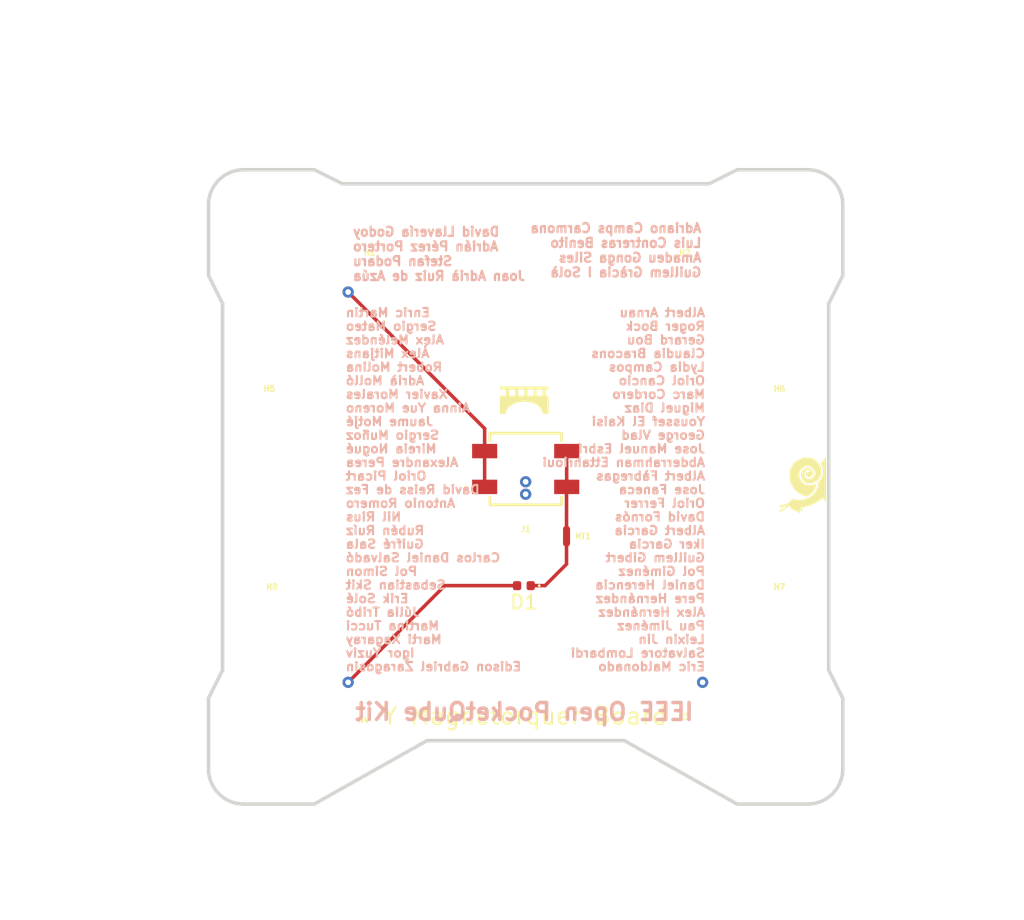
<source format=kicad_pcb>
(kicad_pcb (version 20221018) (generator pcbnew)
  (layers (0 "F.Cu" signal) (1 "In1.Cu" signal) (2 "In2.Cu" signal) (3 "In3.Cu" signal) (4 "In4.Cu" signal) (31 "B.Cu" signal) (34 "B.Paste" user) (35 "F.Paste" user) (36 "B.SilkS" user "B.Silkscreen") (37 "F.SilkS" user "F.Silkscreen") (38 "B.Mask" user) (39 "F.Mask" user) (44 "Edge.Cuts" user))
  (net 0 "")
  (net 1 "/VCC_MAG")
  (net 2 "/MAG+Y")
  (net 3 "Net-(D1-K)")
  (footprint "MountingHole:MountingHole_2.2mm_M2_DIN965" (layer "F.Cu") (at 83.748 70.746)
    (fp_text reference "H8" (at 0 -2.9 unlocked) (layer "F.SilkS") (effects (font (size 0.4 0.4))))
    (fp_text value "MountingHole" hide)
    (pad "" np_thru_hole circle (at 0 0) (size 2.2 2.2) (drill 2.2) (layers "*.Cu" "*.Mask"))
  )
  (footprint "MountingHole:MountingHole_6.4mm_M6_DIN965" (layer "F.Cu") (at 118.248 44.246)
    (fp_text reference "H2" (at -5.218 -0.116 unlocked) (layer "F.SilkS") (effects (font (size 0.4 0.4) (thickness 0.1))))
    (fp_text value "MountingHole" hide)
    (pad "" np_thru_hole circle (at 0 0) (size 6.4 6.4) (drill 6.4) (layers "*.Cu" "*.Mask"))
  )
  (footprint "-nsl_connector:M207810245" (layer "F.Cu") (at 101.748 59.476 90)
    (fp_text reference "J1" (at -4.2628 0.0044 180) (layer "F.SilkS") (effects (font (size 0.4 0.4) (thickness 0.1) bold)))
    (fp_text value "M20-7810245" hide)
    (fp_line (start -2.54 -2.54) (end -2.54 2.54) (stroke (width 0.2)) (layer "F.SilkS"))
    (fp_line (start -2.54 2.54) (end -2 2.54) (stroke (width 0.2)) (layer "F.SilkS"))
    (fp_line (start -2 -2.54) (end -2.54 -2.54) (stroke (width 0.2)) (layer "F.SilkS"))
    (fp_line (start -1.27 -4.3) (end -1.27 -4.3) (stroke (width 0.1)) (layer "F.SilkS"))
    (fp_line (start -1.27 -4.2) (end -1.27 -4.2) (stroke (width 0.1)) (layer "F.SilkS"))
    (fp_line (start 2 -2.54) (end 2.54 -2.54) (stroke (width 0.2)) (layer "F.SilkS"))
    (fp_line (start 2.54 -2.54) (end 2.54 2.54) (stroke (width 0.2)) (layer "F.SilkS"))
    (fp_line (start 2.54 2.54) (end 2 2.54) (stroke (width 0.2)) (layer "F.SilkS"))
    (fp_arc (start -1.27 -4.3) (mid -1.22 -4.25) (end -1.27 -4.2) (stroke (width 0.1)) (layer "F.SilkS"))
    (fp_arc (start -1.27 -4.2) (mid -1.32 -4.25) (end -1.27 -4.3) (stroke (width 0.1)) (layer "F.SilkS"))
    (pad "1" smd rect (at -1.27 -2.91 90) (size 1.02 1.78) (layers "F.Cu" "F.Paste" "F.Mask") (net 1 "/VCC_MAG"))
    (pad "2" smd rect (at -1.27 2.91 90) (size 1.02 1.78) (layers "F.Cu" "F.Paste" "F.Mask") (net 2 "/MAG+Y"))
    (pad "3" smd rect (at 1.27 -2.91 90) (size 1.02 1.78) (layers "F.Cu" "F.Paste" "F.Mask") (net 1 "/VCC_MAG"))
    (pad "4" smd rect (at 1.27 2.91 90) (size 1.02 1.78) (layers "F.Cu" "F.Paste" "F.Mask") (net 2 "/MAG+Y"))
  )
  (footprint "MountingHole:MountingHole_6.4mm_M6_DIN965" (layer "F.Cu") (at 85.248 44.246)
    (fp_text reference "H1" (at 5.43 -0.116 unlocked) (layer "F.SilkS") (effects (font (size 0.4 0.4) (thickness 0.1))))
    (fp_text value "MountingHole" hide)
    (pad "" np_thru_hole circle (at 0 0) (size 6.4 6.4) (drill 6.4) (layers "*.Cu" "*.Mask"))
  )
  (footprint "MountingHole:MountingHole_2.2mm_M2_DIN965" (layer "F.Cu") (at 119.748 70.746)
    (fp_text reference "H7" (at 0 -2.9 unlocked) (layer "F.SilkS") (effects (font (size 0.4 0.4))))
    (fp_text value "MountingHole" hide)
    (pad "" np_thru_hole circle (at 0 0) (size 2.2 2.2) (drill 2.2) (layers "*.Cu" "*.Mask"))
  )
  (footprint "MountingHole:MountingHole_2.2mm_M2_DIN965" (layer "F.Cu") (at 83.748 50.746)
    (fp_text reference "H5" (at -0.182 3.036 unlocked) (layer "F.SilkS") (effects (font (size 0.4 0.4))))
    (fp_text value "MountingHole" hide)
    (pad "" np_thru_hole circle (at 0 0) (size 2.2 2.2) (drill 2.2) (layers "*.Cu" "*.Mask"))
  )
  (footprint "MountingHole:MountingHole_2.2mm_M2_DIN965" (layer "F.Cu") (at 119.748 50.746)
    (fp_text reference "H6" (at 0 3.036 unlocked) (layer "F.SilkS") (effects (font (size 0.4 0.4))))
    (fp_text value "MountingHole" hide)
    (pad "" np_thru_hole circle (at 0 0) (size 2.2 2.2) (drill 2.2) (layers "*.Cu" "*.Mask"))
  )
  (footprint "LED_SMD:LED_0402_1005Metric" (layer "F.Cu") (at 101.623 67.752 180)
    (fp_text reference "D1" (at 0 -1.17) (layer "F.SilkS"))
    (fp_text value "LED")
    (fp_circle (center -1.09 0) (end -1.04 0) (stroke (width 0.1)) (fill none) (layer "F.SilkS"))
    (pad "1" smd roundrect (at -0.485 0 180) (size 0.59 0.64) (layers "F.Cu" "F.Paste" "F.Mask") (net 3 "Net-(D1-K)"))
    (pad "2" smd roundrect (at 0.485 0 180) (size 0.59 0.64) (layers "F.Cu" "F.Paste" "F.Mask") (net 1 "/VCC_MAG"))
  )
  (footprint "MountingHole:MountingHole_6.4mm_M6_DIN965" (layer "F.Cu") (at 85.248 77.246)
    (fp_text reference "H4" (at 4.9728 0.031 unlocked) (layer "F.SilkS") (effects (font (size 0.4 0.4) (thickness 0.1))))
    (fp_text value "MountingHole" hide)
    (pad "" np_thru_hole circle (at 0 0) (size 6.4 6.4) (drill 6.4) (layers "*.Cu" "*.Mask"))
  )
  (footprint "MountingHole:MountingHole_6.4mm_M6_DIN965" (layer "F.Cu") (at 118.248 77.246)
    (fp_text reference "H3" (at -5.2688 -0.1976 unlocked) (layer "F.SilkS") (effects (font (size 0.4 0.4) (thickness 0.1))))
    (fp_text value "MountingHole" hide)
    (pad "" np_thru_hole circle (at 0 0) (size 6.4 6.4) (drill 6.4) (layers "*.Cu" "*.Mask"))
  )
  (footprint "snail:v2" (layer "F.Cu") (at 121.412 60.64 90)
    (fp_text reference "Annotation3" hide)
    (fp_text value "snail" hide)
    (fp_poly (pts (xy -1.778297 -1.656935) (xy -1.754664 -1.647328) (xy -1.735534 -1.633906) (xy -1.73285 -1.631137) (xy -1.722227 -1.614214) (xy -1.713231 -1.590364) (xy -1.707081 -1.563097) (xy -1.705819 -1.553324) (xy -1.702543 -1.534303) (xy -1.697408 -1.516997) (xy -1.694995 -1.511548) (xy -1.687729 -1.497095) (xy -1.67915 -1.479142) (xy -1.676135 -1.472615) (xy -1.659223 -1.439666) (xy -1.636506 -1.401404) (xy -1.609507 -1.359953) (xy -1.579751 -1.317441) (xy -1.54876 -1.275994) (xy -1.51806 -1.237737) (xy -1.489173 -1.204798) (xy -1.470465 -1.185674) (xy -1.456844 -1.17505) (xy -1.447288 -1.172321) (xy -1.442957 -1.177234) (xy -1.445006 -1.189533) (xy -1.445597 -1.191136) (xy -1.451904 -1.209426) (xy -1.460624 -1.237696) (xy -1.471709 -1.275774) (xy -1.485107 -1.32349) (xy -1.49059 -1.343369) (xy -1.495824 -1.363434) (xy -1.501808 -1.387833) (xy -1.506346 -1.407339) (xy -1.511165 -1.428727) (xy -1.515685 -1.448742) (xy -1.518727 -1.462171) (xy -1.525513 -1.477846) (xy -1.534636 -1.486317) (xy -1.558394 -1.503327) (xy -1.575334 -1.526077) (xy -1.584411 -1.552329) (xy -1.584585 -1.579842) (xy -1.582439 -1.58906) (xy -1.570691 -1.617004) (xy -1.553845 -1.637069) (xy -1.532567 -1.650211) (xy -1.50348 -1.659458) (xy -1.477299 -1.658998) (xy -1.452922 -1.648768) (xy -1.447975 -1.645406) (xy -1.428373 -1.629678) (xy -1.415643 -1.614575) (xy -1.408395 -1.597152) (xy -1.405243 -1.57446) (xy -1.404729 -1.553607) (xy -1.403668 -1.527124) (xy -1.400868 -1.499323) (xy -1.396907 -1.475748) (xy -1.396383 -1.473472) (xy -1.382488 -1.416904) (xy -1.369378 -1.366796) (xy -1.355975 -1.319333) (xy -1.341202 -1.270698) (xy -1.323979 -1.217075) (xy -1.323868 -1.216735) (xy -1.313051 -1.183806) (xy -1.304911 -1.159234) (xy -1.298912 -1.14144) (xy -1.294514 -1.128845) (xy -1.29118 -1.119869) (xy -1.289197 -1.114905) (xy -1.285192 -1.104515) (xy -1.279184 -1.088184) (xy -1.273783 -1.073129) (xy -1.26597 -1.052222) (xy -1.257645 -1.031653) (xy -1.252761 -1.020565) (xy -1.24672 -1.00651) (xy -1.243207 -0.996169) (xy -1.242846 -0.993959) (xy -1.238627 -0.985373) (xy -1.228821 -0.97679) (xy -1.217703 -0.971654) (xy -1.214697 -0.971299) (xy -1.206026 -0.969109) (xy -1.190858 -0.96328) (xy -1.171999 -0.954922) (xy -1.165499 -0.951825) (xy -1.127687 -0.929276) (xy -1.090184 -0.899326) (xy -1.055581 -0.864525) (xy -1.026468 -0.827424) (xy -1.00867 -0.797396) (xy -0.987581 -0.743449) (xy -0.975539 -0.684999) (xy -0.972582 -0.622826) (xy -0.978748 -0.557709) (xy -0.993944 -0.490871) (xy -0.999969 -0.470221) (xy -1.007196 -0.445463) (xy -1.012998 -0.425596) (xy -1.030757 -0.346687) (xy -1.039237 -0.263867) (xy -1.038422 -0.17805) (xy -1.028295 -0.090154) (xy -1.020013 -0.046998) (xy -1.008026 0.000602) (xy -0.992289 0.051556) (xy -0.973873 0.103032) (xy -0.953846 0.152199) (xy -0.933279 0.196228) (xy -0.916375 0.227159) (xy -0.909682 0.240274) (xy -0.905803 0.25413) (xy -0.904024 0.272271) (xy -0.90364 0.290199) (xy -0.902102 0.320426) (xy -0.897251 0.348248) (xy -0.888209 0.377057) (xy -0.874094 0.410245) (xy -0.870558 0.417763) (xy -0.833034 0.487329) (xy -0.786712 0.557781) (xy -0.732958 0.627604) (xy -0.673137 0.69528) (xy -0.608615 0.759292) (xy -0.540757 0.818123) (xy -0.470929 0.870255) (xy -0.451707 0.883122) (xy -0.433826 0.894601) (xy -0.418644 0.904009) (xy -0.40879 0.909729) (xy -0.407319 0.910459) (xy -0.397938 0.915335) (xy -0.384542 0.923029) (xy -0.381209 0.92503) (xy -0.357025 0.938674) (xy -0.327421 0.953865) (xy -0.296738 0.968429) (xy -0.279379 0.976061) (xy -0.261302 0.983995) (xy -0.244756 0.991723) (xy -0.238485 0.994869) (xy -0.225189 1.000423) (xy -0.214725 1.002632) (xy -0.204092 1.005) (xy -0.200788 1.007025) (xy -0.192874 1.01103) (xy -0.176817 1.01698) (xy -0.15459 1.024235) (xy -0.128169 1.032151) (xy -0.099529 1.040089) (xy -0.096608 1.040862) (xy -0.04765 1.053077) (xy 0.000096 1.063448) (xy 0.04955 1.072511) (xy 0.103635 1.080803) (xy 0.164494 1.088764) (xy 0.23238 1.097076) (xy 0.295045 1.158755) (xy 0.328733 1.191269) (xy 0.357951 1.217775) (xy 0.385084 1.240145) (xy 0.412516 1.260252) (xy 0.442634 1.279965) (xy 0.472723 1.298161) (xy 0.502205 1.31531) (xy 0.525515 1.328226) (xy 0.545306 1.338255) (xy 0.564235 1.346741) (xy 0.584868 1.354998) (xy 0.601275 1.361615) (xy 0.61503 1.367692) (xy 0.618773 1.369547) (xy 0.631652 1.374929) (xy 0.644883 1.378996) (xy 0.66214 1.383815) (xy 0.676254 1.388298) (xy 0.699624 1.395284) (xy 0.731311 1.403203) (xy 0.769279 1.411575) (xy 0.804194 1.41854) (xy 0.823623 1.421799) (xy 0.844405 1.424263) (xy 0.86832 1.426027) (xy 0.897149 1.427186) (xy 0.932673 1.427838) (xy 0.976672 1.428076) (xy 0.981743 1.428081) (xy 1.029563 1.427922) (xy 1.069332 1.427162) (xy 1.103438 1.425476) (xy 1.134272 1.42254) (xy 1.164223 1.418032) (xy 1.195678 1.411626) (xy 1.231029 1.403) (xy 1.272663 1.391829) (xy 1.295065 1.385612) (xy 1.314694 1.379669) (xy 1.333076 1.373356) (xy 1.340935 1.370273) (xy 1.35466 1.365298) (xy 1.365149 1.362975) (xy 1.365811 1.362953) (xy 1.376896 1.360559) (xy 1.382605 1.35807) (xy 1.391371 1.353772) (xy 1.406854 1.346561) (xy 1.426221 1.337749) (xy 1.433449 1.334504) (xy 1.45332 1.325463) (xy 1.470104 1.317547) (xy 1.48106 1.312059) (xy 1.483059 1.310922) (xy 1.492225 1.305782) (xy 1.506579 1.298306) (xy 1.514391 1.294384) (xy 1.533665 1.284259) (xy 1.553212 1.273131) (xy 1.558381 1.269989) (xy 1.571046 1.262486) (xy 1.578089 1.260316) (xy 1.582654 1.263135) (xy 1.585468 1.267011) (xy 1.621045 1.313823) (xy 1.663124 1.359409) (xy 1.70852 1.400549) (xy 1.744161 1.427467) (xy 1.762686 1.440118) (xy 1.777202 1.449808) (xy 1.789894 1.45779) (xy 1.802948 1.46532) (xy 1.818549 1.473652) (xy 1.838884 1.484041) (xy 1.866137 1.497744) (xy 1.869414 1.499388) (xy 1.903101 1.517016) (xy 1.928102 1.532027) (xy 1.945527 1.545422) (xy 1.956488 1.5582) (xy 1.962096 1.571362) (xy 1.963486 1.584056) (xy 1.961949 1.598199) (xy 1.955996 1.610259) (xy 1.943613 1.624267) (xy 1.943213 1.624669) (xy 1.922939 1.644943) (xy 0.432457 1.644943) (xy -1.058026 1.644943) (xy -1.07414 1.627971) (xy -1.089142 1.608501) (xy -1.095436 1.589521) (xy -1.094339 1.569098) (xy -1.091587 1.561079) (xy -1.08564 1.552084) (xy -1.07557 1.541278) (xy -1.060446 1.527826) (xy -1.039338 1.510891) (xy -1.011316 1.489639) (xy -0.981146 1.467393) (xy -0.962317 1.453099) (xy -0.944114 1.438413) (xy -0.930767 1.426777) (xy -0.919643 1.415263) (xy -0.914907 1.405691) (xy -0.914755 1.393529) (xy -0.915402 1.388179) (xy -0.91937 1.372978) (xy -0.92811 1.358057) (xy -0.943478 1.340261) (xy -0.943707 1.340021) (xy -0.987827 1.291449) (xy -1.03339 1.237186) (xy -1.077361 1.180977) (xy -1.11658 1.126745) (xy -1.132501 1.10333) (xy -1.149216 1.078203) (xy -1.165507 1.053256) (xy -1.180158 1.030379) (xy -1.191949 1.011464) (xy -1.199664 0.9984) (xy -1.201546 0.994799) (xy -1.207444 0.983499) (xy -1.215768 0.968964) (xy -1.217501 0.966078) (xy -1.23336 0.939311) (xy -1.248465 0.912375) (xy -1.264265 0.882576) (xy -1.282206 0.847222) (xy -1.291902 0.827694) (xy -1.311307 0.788044) (xy -1.327872 0.753463) (xy -1.341189 0.72484) (xy -1.35085 0.703066) (xy -1.356446 0.689031) (xy -1.357731 0.684146) (xy -1.359948 0.67678) (xy -1.365295 0.665182) (xy -1.365426 0.664928) (xy -1.369489 0.656861) (xy -1.373602 0.647894) (xy -1.378689 0.635835) (xy -1.385674 0.618492) (xy -1.39548 0.593675) (xy -1.395863 0.592702) (xy -1.408872 0.557985) (xy -1.42363 0.515849) (xy -1.439269 0.468985) (xy -1.454923 0.420085) (xy -1.469726 0.371841) (xy -1.482811 0.326945) (xy -1.490827 0.297657) (xy -1.496856 0.275321) (xy -1.503144 0.252822) (xy -1.507088 0.239233) (xy -1.511435 0.222881) (xy -1.51405 0.20961) (xy -1.514392 0.205749) (xy -1.515747 0.195709) (xy -1.519205 0.180042) (xy -1.521794 0.170176) (xy -1.527051 0.149355) (xy -1.533458 0.121023) (xy -1.540459 0.087969) (xy -1.547496 0.052986) (xy -1.554009 0.018864) (xy -1.559442 -0.011605) (xy -1.563235 -0.03563) (xy -1.563845 -0.040164) (xy -1.567683 -0.062917) (xy -1.57323 -0.077596) (xy -1.582091 -0.086572) (xy -1.595874 -0.092214) (xy -1.599842 -0.093272) (xy -1.614598 -0.097869) (xy -1.62466 -0.102633) (xy -1.626664 -0.104438) (xy -1.63392 -0.108596) (xy -1.641713 -0.109662) (xy -1.650309 -0.106503) (xy -1.662641 -0.096543) (xy -1.679518 -0.079062) (xy -1.691893 -0.064978) (xy -1.715214 -0.039296) (xy -1.734608 -0.021727) (xy -1.751528 -0.011435) (xy -1.767428 -0.007583) (xy -1.783761 -0.009333) (xy -1.786981 -0.010215) (xy -1.807881 -0.021333) (xy -1.821665 -0.039624) (xy -1.827553 -0.063955) (xy -1.827714 -0.069214) (xy -1.825825 -0.085527) (xy -1.81946 -0.101937) (xy -1.807568 -0.120174) (xy -1.789101 -0.141966) (xy -1.773747 -0.158167) (xy -1.761284 -0.172137) (xy -1.7525 -0.184235) (xy -1.749384 -0.191494) (xy -1.752523 -0.203591) (xy -1.760247 -0.217164) (xy -1.770011 -0.228716) (xy -1.779273 -0.234751) (xy -1.781024 -0.234991) (xy -1.790701 -0.232595) (xy -1.805795 -0.22637) (xy -1.819881 -0.219325) (xy -1.837012 -0.210993) (xy -1.852004 -0.205312) (xy -1.860058 -0.203659) (xy -1.87286 -0.200229) (xy -1.880618 -0.195207) (xy -1.894135 -0.18935) (xy -1.9106 -0.193305) (xy -1.929677 -0.206968) (xy -1.934666 -0.211741) (xy -1.946637 -0.225651) (xy -1.952021 -0.23849) (xy -1.953043 -0.250908) (xy -1.94952 -0.269625) (xy -1.938424 -0.287179) (xy -1.91897 -0.304356) (xy -1.890367 -0.32194) (xy -1.872629 -0.331014) (xy -1.826158 -0.353661) (xy -1.827215 -0.428794) (xy -1.826011 -0.485242) (xy -1.820174 -0.535604) (xy -1.808932 -0.58313) (xy -1.791509 -0.631073) (xy -1.767132 -0.682682) (xy -1.766406 -0.684087) (xy -1.730443 -0.743603) (xy -1.685781 -0.800835) (xy -1.634163 -0.853698) (xy -1.600486 -0.882525) (xy -1.578365 -0.898453) (xy -1.550888 -0.915728) (xy -1.521209 -0.932589) (xy -1.492478 -0.947276) (xy -1.467848 -0.958027) (xy -1.460939 -0.960482) (xy -1.447793 -0.965566) (xy -1.439602 -0.97022) (xy -1.438791 -0.971106) (xy -1.441513 -0.975909) (xy -1.450612 -0.986939) (xy -1.46506 -1.003058) (xy -1.483828 -1.023128) (xy -1.505886 -1.046014) (xy -1.514686 -1.054977) (xy -1.578535 -1.122601) (xy -1.636596 -1.190006) (xy -1.688112 -1.256189) (xy -1.73233 -1.320147) (xy -1.768494 -1.380877) (xy -1.785929 -1.415172) (xy -1.797685 -1.439765) (xy -1.806437 -1.456716) (xy -1.813548 -1.467869) (xy -1.820384 -1.475068) (xy -1.828308 -1.480158) (xy -1.837047 -1.48426) (xy -1.861234 -1.500057) (xy -1.878743 -1.521845) (xy -1.888908 -1.547454) (xy -1.891066 -1.574714) (xy -1.884554 -1.601455) (xy -1.877072 -1.615102) (xy -1.857582 -1.636869) (xy -1.83402 -1.652436) (xy -1.809212 -1.660102) (xy -1.8015 -1.660608)) (fill solid) (layer "F.SilkS"))
    (fp_poly (pts (xy 0.761165 -0.952104) (xy 0.82267 -0.94855) (xy 0.84597 -0.946257) (xy 0.962457 -0.929052) (xy 1.071752 -0.904456) (xy 1.17412 -0.872386) (xy 1.26983 -0.832759) (xy 1.351634 -0.789906) (xy 1.369221 -0.779797) (xy 1.383024 -0.772085) (xy 1.39084 -0.767992) (xy 1.391775 -0.767639) (xy 1.397428 -0.764714) (xy 1.40971 -0.756754) (xy 1.426887 -0.744981) (xy 1.447227 -0.730619) (xy 1.468995 -0.714891) (xy 1.49046 -0.69902) (xy 1.509169 -0.684787) (xy 1.578568 -0.625739) (xy 1.645763 -0.558245) (xy 1.708937 -0.484296) (xy 1.766269 -0.405882) (xy 1.772269 -0.396875) (xy 1.795309 -0.361595) (xy 1.813523 -0.332701) (xy 1.828106 -0.30804) (xy 1.84025 -0.285462) (xy 1.851148 -0.262815) (xy 1.861993 -0.237947) (xy 1.866756 -0.226478) (xy 1.87597 -0.204422) (xy 1.884581 -0.184444) (xy 1.891249 -0.169631) (xy 1.893306 -0.165376) (xy 1.898701 -0.152024) (xy 1.900822 -0.141616) (xy 1.903471 -0.130992) (xy 1.905745 -0.127679) (xy 1.910073 -0.119745) (xy 1.914759 -0.106133) (xy 1.915916 -0.101829) (xy 1.920146 -0.085879) (xy 1.926048 -0.064697) (xy 1.931903 -0.044387) (xy 1.949545 0.027952) (xy 1.962388 0.10706) (xy 1.970321 0.190372) (xy 1.973235 0.275326) (xy 1.971019 0.359357) (xy 1.963563 0.439901) (xy 1.955043 0.493483) (xy 1.946322 0.533911) (xy 1.935293 0.576872) (xy 1.922621 0.62037) (xy 1.908967 0.662405) (xy 1.894994 0.700983) (xy 1.881366 0.734106) (xy 1.868744 0.759778) (xy 1.864043 0.76764) (xy 1.85745 0.779177) (xy 1.855433 0.783306) (xy 1.846208 0.80105) (xy 1.83221 0.824731) (xy 1.814971 0.851956) (xy 1.796025 0.880337) (xy 1.776903 0.907483) (xy 1.76881 0.918445) (xy 1.715422 0.982585) (xy 1.654167 1.044044) (xy 1.587219 1.101008) (xy 1.516749 1.151663) (xy 1.444931 1.194196) (xy 1.428227 1.20275) (xy 1.379711 1.225706) (xy 1.335624 1.244001) (xy 1.295283 1.258226) (xy 1.20019 1.284786) (xy 1.107271 1.301803) (xy 1.01487 1.309451) (xy 0.92133 1.307901) (xy 0.866858 1.302968) (xy 0.799473 1.293266) (xy 0.741727 1.28089) (xy 0.693134 1.265729) (xy 0.679993 1.260506) (xy 0.66704 1.25565) (xy 0.658059 1.253324) (xy 0.65745 1.25329) (xy 0.650145 1.251017) (xy 0.635738 1.244891) (xy 0.616355 1.235945) (xy 0.594124 1.225216) (xy 0.571171 1.213739) (xy 0.549623 1.20255) (xy 0.531606 1.192684) (xy 0.524815 1.188709) (xy 0.483502 1.160885) (xy 0.440159 1.126677) (xy 0.39699 1.088183) (xy 0.356197 1.047505) (xy 0.319983 1.006741) (xy 0.290551 0.967991) (xy 0.285793 0.960856) (xy 0.269514 0.934871) (xy 0.252962 0.906849) (xy 0.237348 0.879006) (xy 0.223885 0.853555) (xy 0.213785 0.832711) (xy 0.208617 0.819861) (xy 0.2044 0.807728) (xy 0.198006 0.790446) (xy 0.193271 0.778084) (xy 0.174322 0.722974) (xy 0.160596 0.667539) (xy 0.151661 0.609198) (xy 0.147081 0.545374) (xy 0.146234 0.498231) (xy 0.147295 0.442165) (xy 0.150821 0.393465) (xy 0.157292 0.349248) (xy 0.16719 0.306626) (xy 0.180993 0.262714) (xy 0.189191 0.240214) (xy 0.196858 0.221985) (xy 0.206708 0.20133) (xy 0.217136 0.181338) (xy 0.226539 0.165098) (xy 0.232793 0.15625) (xy 0.238835 0.147826) (xy 0.240213 0.143946) (xy 0.243432 0.137447) (xy 0.252067 0.125036) (xy 0.264591 0.1086) (xy 0.279472 0.090025) (xy 0.295182 0.0712) (xy 0.310191 0.05401) (xy 0.322971 0.040343) (xy 0.328557 0.034954) (xy 0.36665 0.00336) (xy 0.409202 -0.027199) (xy 0.452319 -0.054065) (xy 0.482817 -0.070257) (xy 0.503707 -0.080114) (xy 0.521292 -0.087971) (xy 0.533344 -0.092859) (xy 0.537343 -0.093996) (xy 0.545458 -0.095899) (xy 0.558168 -0.100552) (xy 0.559886 -0.10127) (xy 0.589356 -0.11177) (xy 0.622086 -0.119296) (xy 0.659969 -0.124113) (xy 0.704896 -0.12649) (xy 0.741278 -0.126846) (xy 0.777178 -0.126459) (xy 0.805014 -0.125455) (xy 0.827158 -0.123625) (xy 0.845981 -0.120763) (xy 0.863857 -0.116661) (xy 0.866858 -0.115856) (xy 0.904212 -0.105164) (xy 0.934575 -0.09503) (xy 0.961217 -0.084062) (xy 0.987407 -0.070871) (xy 1.016416 -0.054066) (xy 1.02613 -0.048129) (xy 1.04032 -0.037608) (xy 1.058814 -0.021394) (xy 1.079781 -0.001378) (xy 1.101391 0.020549) (xy 1.121812 0.042492) (xy 1.139213 0.062562) (xy 1.151763 0.078866) (xy 1.156423 0.086489) (xy 1.164179 0.101146) (xy 1.171119 0.112657) (xy 1.172712 0.114885) (xy 1.179004 0.125914) (xy 1.187201 0.144417) (xy 1.19633 0.167828) (xy 1.205415 0.19358) (xy 1.213485 0.219107) (xy 1.217022 0.231687) (xy 1.223532 0.266349) (xy 1.226952 0.30731) (xy 1.227292 0.350893) (xy 1.224563 0.393426) (xy 1.218777 0.431233) (xy 1.216395 0.441302) (xy 1.199338 0.493309) (xy 1.176651 0.538895) (xy 1.155645 0.569975) (xy 1.143444 0.584793) (xy 1.127925 0.601735) (xy 1.110887 0.61907) (xy 1.09413 0.635062) (xy 1.079452 0.64798) (xy 1.068651 0.656089) (xy 1.064302 0.657977) (xy 1.057477 0.660519) (xy 1.045585 0.666905) (xy 1.040387 0.670027) (xy 1.008994 0.685752) (xy 0.970949 0.699071) (xy 0.92995 0.709004) (xy 0.88969 0.714569) (xy 0.869469 0.715413) (xy 0.837891 0.71324) (xy 0.802498 0.707346) (xy 0.767696 0.698688) (xy 0.73789 0.68822) (xy 0.732146 0.685629) (xy 0.713982 0.674603) (xy 0.692285 0.657876) (xy 0.669267 0.637566) (xy 0.647141 0.615792) (xy 0.628118 0.59467) (xy 0.614412 0.576319) (xy 0.61033 0.569029) (xy 0.599046 0.544437) (xy 0.591286 0.525214) (xy 0.586406 0.508271) (xy 0.583761 0.49052) (xy 0.582708 0.468873) (xy 0.582601 0.440241) (xy 0.582621 0.436202) (xy 0.582907 0.407876) (xy 0.583669 0.387536) (xy 0.585294 0.372726) (xy 0.588171 0.360988) (xy 0.592688 0.349866) (xy 0.597903 0.339452) (xy 0.611395 0.317678) (xy 0.629212 0.294627) (xy 0.648898 0.273035) (xy 0.668 0.255634) (xy 0.681405 0.246463) (xy 0.719309 0.23045) (xy 0.759114 0.221158) (xy 0.798304 0.218825) (xy 0.834362 0.223685) (xy 0.853873 0.230339) (xy 0.881779 0.246656) (xy 0.908022 0.269061) (xy 0.929014 0.294278) (xy 0.935195 0.304529) (xy 0.940878 0.317196) (xy 0.944557 0.33129) (xy 0.946716 0.349668) (xy 0.947839 0.375189) (xy 0.947949 0.379865) (xy 0.948724 0.404754) (xy 0.950113 0.421804) (xy 0.952652 0.43362) (xy 0.956875 0.442807) (xy 0.962543 0.450961) (xy 0.980175 0.466668) (xy 1.000822 0.473598) (xy 1.022312 0.472037) (xy 1.042474 0.462274) (xy 1.059137 0.444597) (xy 1.063219 0.437618) (xy 1.06726 0.423622) (xy 1.069742 0.402296) (xy 1.070684 0.376636) (xy 1.070106 0.349636) (xy 1.068025 0.324291) (xy 1.064462 0.303596) (xy 1.062328 0.296457) (xy 1.037823 0.242757) (xy 1.006766 0.19708) (xy 0.969309 0.159562) (xy 0.9256 0.130337) (xy 0.87579 0.109543) (xy 0.84755 0.102112) (xy 0.824725 0.097937) (xy 0.802045 0.095008) (xy 0.785633 0.093997) (xy 0.764591 0.09548) (xy 0.738925 0.099401) (xy 0.712401 0.104971) (xy 0.688784 0.111399) (xy 0.671914 0.117859) (xy 0.660247 0.123106) (xy 0.652758 0.125329) (xy 0.652706 0.125329) (xy 0.640907 0.128997) (xy 0.623892 0.139014) (xy 0.603359 0.153904) (xy 0.581006 0.172187) (xy 0.558531 0.192388) (xy 0.537631 0.213028) (xy 0.520005 0.232629) (xy 0.507351 0.249714) (xy 0.504847 0.254001) (xy 0.487075 0.289203) (xy 0.474484 0.320292) (xy 0.466269 0.350553) (xy 0.461628 0.38327) (xy 0.459758 0.42173) (xy 0.459606 0.439055) (xy 0.459764 0.468904) (xy 0.460572 0.49131) (xy 0.462431 0.509271) (xy 0.465744 0.525785) (xy 0.470913 0.543849) (xy 0.475583 0.558221) (xy 0.48498 0.583828) (xy 0.496003 0.6099) (xy 0.506711 0.631946) (xy 0.509897 0.637659) (xy 0.529073 0.665766) (xy 0.554377 0.696249) (xy 0.583015 0.726055) (xy 0.612191 0.752134) (xy 0.621235 0.759231) (xy 0.638281 0.770931) (xy 0.65891 0.783392) (xy 0.680629 0.795308) (xy 0.700944 0.805371) (xy 0.717363 0.812274) (xy 0.727059 0.814714) (xy 0.735652 0.816468) (xy 0.749785 0.82082) (xy 0.757195 0.823435) (xy 0.769465 0.826973) (xy 0.78521 0.829495) (xy 0.806214 0.831147) (xy 0.834266 0.832077) (xy 0.866858 0.832415) (xy 0.903868 0.832262) (xy 0.933155 0.831192) (xy 0.957425 0.828777) (xy 0.979388 0.824592) (xy 1.001752 0.818209) (xy 1.027226 0.809201) (xy 1.036574 0.805657) (xy 1.099823 0.776166) (xy 1.15785 0.738482) (xy 1.209637 0.69351) (xy 1.254164 0.642153) (xy 1.290412 0.585316) (xy 1.295238 0.576045) (xy 1.323829 0.508096) (xy 1.342424 0.437471) (xy 1.350934 0.364795) (xy 1.349273 0.290692) (xy 1.342363 0.240214) (xy 1.325787 0.168693) (xy 1.303081 0.104267) (xy 1.273256 0.045062) (xy 1.235319 -0.010794) (xy 1.188279 -0.065172) (xy 1.171831 -0.081887) (xy 1.145559 -0.106925) (xy 1.120827 -0.128081) (xy 1.095489 -0.146783) (xy 1.0674 -0.164461) (xy 1.034415 -0.182543) (xy 0.994388 -0.202459) (xy 0.981743 -0.208503) (xy 0.967481 -0.213983) (xy 0.945884 -0.220748) (xy 0.919852 -0.228005) (xy 0.892285 -0.234959) (xy 0.866082 -0.240817) (xy 0.857614 -0.242491) (xy 0.81981 -0.247581) (xy 0.77534 -0.250273) (xy 0.727696 -0.250597) (xy 0.68037 -0.248582) (xy 0.636855 -0.244255) (xy 0.613589 -0.240477) (xy 0.554122 -0.226093) (xy 0.49319 -0.206209) (xy 0.434307 -0.182169) (xy 0.380986 -0.155314) (xy 0.363079 -0.144753) (xy 0.318045 -0.113655) (xy 0.272742 -0.076433) (xy 0.229081 -0.035049) (xy 0.188972 0.008536) (xy 0.154323 0.05236) (xy 0.127044 0.094462) (xy 0.122998 0.10183) (xy 0.11442 0.117737) (xy 0.107251 0.13066) (xy 0.104273 0.135773) (xy 0.095806 0.151787) (xy 0.085521 0.174538) (xy 0.074707 0.200793) (xy 0.064648 0.227317) (xy 0.056633 0.250875) (xy 0.052348 0.266324) (xy 0.048411 0.283394) (xy 0.043671 0.303154) (xy 0.042454 0.308101) (xy 0.027446 0.388887) (xy 0.021128 0.473884) (xy 0.023422 0.561633) (xy 0.034248 0.650672) (xy 0.053527 0.739542) (xy 0.068779 0.791139) (xy 0.076047 0.813182) (xy 0.08214 0.830634) (xy 0.088209 0.846312) (xy 0.095406 0.863033) (xy 0.104882 0.883615) (xy 0.117299 0.909845) (xy 0.125664 0.928735) (xy 0.131378 0.94423) (xy 0.133565 0.953838) (xy 0.133302 0.955407) (xy 0.125887 0.958204) (xy 0.109902 0.958178) (xy 0.08674 0.955641) (xy 0.057794 0.950903) (xy 0.024454 0.944277) (xy -0.011885 0.936074) (xy -0.049831 0.926606) (xy -0.087992 0.916184) (xy -0.124975 0.90512) (xy -0.159387 0.893726) (xy -0.185383 0.884091) (xy -0.19735 0.878883) (xy -0.216303 0.870082) (xy -0.239984 0.858791) (xy -0.266133 0.846116) (xy -0.292491 0.833162) (xy -0.316801 0.821033) (xy -0.336801 0.810833) (xy -0.350235 0.803668) (xy -0.352488 0.80237) (xy -0.398047 0.77349) (xy -0.441548 0.742072) (xy -0.485028 0.70647) (xy -0.530523 0.665035) (xy -0.569216 0.627108) (xy -0.603008 0.591812) (xy -0.635027 0.555895) (xy -0.663983 0.520958) (xy -0.688586 0.488601) (xy -0.707547 0.460424) (xy -0.716787 0.444014) (xy -0.722279 0.434243) (xy -0.730228 0.421316) (xy -0.730831 0.420375) (xy -0.753219 0.380936) (xy -0.769815 0.341956) (xy -0.77967 0.305866) (xy -0.781758 0.289883) (xy -0.781313 0.250788) (xy -0.775115 0.206068) (xy -0.763632 0.158483) (xy -0.754698 0.130551) (xy -0.74941 0.114822) (xy -0.742971 0.094838) (xy -0.739441 0.083553) (xy -0.731 0.05844) (xy -0.719777 0.028323) (xy -0.706549 -0.005009) (xy -0.692097 -0.039768) (xy -0.677198 -0.074167) (xy -0.662632 -0.106417) (xy -0.649176 -0.13473) (xy -0.63761 -0.157318) (xy -0.628712 -0.172392) (xy -0.626872 -0.174938) (xy -0.622416 -0.181939) (xy -0.614681 -0.195219) (xy -0.60557 -0.211492) (xy -0.573631 -0.2643) (xy -0.534272 -0.320758) (xy -0.48901 -0.379111) (xy -0.439361 -0.437604) (xy -0.386843 -0.494482) (xy -0.332972 -0.547991) (xy -0.279264 -0.596374) (xy -0.256994 -0.614847) (xy -0.194773 -0.662212) (xy -0.128036 -0.707891) (xy -0.059405 -0.750278) (xy 0.008498 -0.787763) (xy 0.073051 -0.818739) (xy 0.080941 -0.822152) (xy 0.096716 -0.828919) (xy 0.109662 -0.834514) (xy 0.125258 -0.840996) (xy 0.146697 -0.849539) (xy 0.17002 -0.858594) (xy 0.19127 -0.866614) (xy 0.198437 -0.869234) (xy 0.223379 -0.878142) (xy 0.241172 -0.884228) (xy 0.254454 -0.888323) (xy 0.265861 -0.891254) (xy 0.274459 -0.893124) (xy 0.291514 -0.897219) (xy 0.30634 -0.901691) (xy 0.308402 -0.902452) (xy 0.32212 -0.906634) (xy 0.345252 -0.912284) (xy 0.376903 -0.919199) (xy 0.416177 -0.927181) (xy 0.438651 -0.931559) (xy 0.494953 -0.940408) (xy 0.558415 -0.946998) (xy 0.625978 -0.951217) (xy 0.694581 -0.952956)) (fill solid) (layer "F.SilkS"))
  )
  (footprint "-nsl_symbols:Bridgemaker" (layer "F.Cu") (at 101.604931 54.686381)
    (fp_text reference "Annotation1" hide)
    (fp_text value "Bridgemaker")
    (fp_poly (pts (xy 1.77448 -0.846525) (xy 1.559286 -0.846525) (xy 1.559286 -0.416136) (xy 1.77448 -0.416136) (xy 1.77448 0.882086) (xy 1.55858 0.881381) (xy 1.342327 0.880322) (xy 1.339858 0.839753) (xy 1.338186 0.818605) (xy 1.335689 0.797501) (xy 1.328251 0.75547) (xy 1.317606 0.71375) (xy 1.303819 0.672431) (xy 1.286952 0.631602) (xy 1.267069 0.591353) (xy 1.244231 0.551771) (xy 1.218502 0.512948) (xy 1.189946 0.474973) (xy 1.158625 0.437934) (xy 1.124603 0.401922) (xy 1.087941 0.367025) (xy 1.048705 0.333334) (xy 1.006955 0.300936) (xy 0.962757 0.269923) (xy 0.916172 0.240383) (xy 0.882037 0.220457) (xy 0.847108 0.201427) (xy 0.811392 0.183295) (xy 0.774895 0.166063) (xy 0.737625 0.149735) (xy 0.69959 0.134312) (xy 0.660795 0.119798) (xy 0.621249 0.106196) (xy 0.58096 0.093506) (xy 0.539933 0.081733) (xy 0.498176 0.070879) (xy 0.455698 0.060946) (xy 0.412503 0.051937) (xy 0.368601 0.043855) (xy 0.323999 0.036702) (xy 0.278702 0.030481) (xy 0.219963 0.024359) (xy 0.156851 0.020267) (xy 0.090745 0.018184) (xy 0.023027 0.018089) (xy -0.044923 0.019963) (xy -0.111723 0.023783) (xy -0.175994 0.029531) (xy -0.236353 0.037183) (xy -0.326021 0.052787) (xy -0.413087 0.072497) (xy -0.497298 0.096147) (xy -0.578399 0.12357) (xy -0.656137 0.154597) (xy -0.693665 0.171411) (xy -0.730258 0.189063) (xy -0.765883 0.207532) (xy -0.800508 0.226798) (xy -0.834103 0.246839) (xy -0.866635 0.267636) (xy -0.898072 0.289166) (xy -0.928383 0.311409) (xy -0.957536 0.334343) (xy -0.985499 0.357949) (xy -1.012242 0.382205) (xy -1.03773 0.407091) (xy -1.061935 0.432584) (xy -1.084822 0.458665) (xy -1.106362 0.485312) (xy -1.126521 0.512504) (xy -1.145269 0.540221) (xy -1.162573 0.568442) (xy -1.178403 0.597145) (xy -1.192725 0.62631) (xy -1.205509 0.655916) (xy -1.216723 0.685942) (xy -1.223324 0.705863) (xy -1.229119 0.725453) (xy -1.234129 0.744778) (xy -1.238374 0.763906) (xy -1.241875 0.7829) (xy -1.244653 0.801829) (xy -1.246727 0.820758) (xy -1.24812 0.839753) (xy -1.250589 0.880322) (xy -1.466489 0.881381) (xy -1.682742 0.882086) (xy -1.682742 -0.416136) (xy -1.252353 -0.416136) (xy -1.033631 -0.416136) (xy -0.603242 -0.416136) (xy -0.38452 -0.416136) (xy 0.045869 -0.416136) (xy 0.261063 -0.416136) (xy 0.69498 -0.416136) (xy 0.910175 -0.416136) (xy 1.340563 -0.416136) (xy 1.340563 -0.846525) (xy 0.910175 -0.846525) (xy 0.910175 -0.416136) (xy 0.69498 -0.416136) (xy 0.69498 -0.846525) (xy 0.261063 -0.846525) (xy 0.261063 -0.416136) (xy 0.045869 -0.416136) (xy 0.045869 -0.846525) (xy -0.38452 -0.846525) (xy -0.38452 -0.416136) (xy -0.603242 -0.416136) (xy -0.603242 -0.846525) (xy -1.033631 -0.846525) (xy -1.033631 -0.416136) (xy -1.252353 -0.416136) (xy -1.252353 -0.846525) (xy -1.682742 -0.846525) (xy -1.682742 -1.065247) (xy 1.77448 -1.065247)) (fill solid) (layer "F.SilkS"))
  )
  (footprint "NetTie:NetTie-2_SMD_Pad0.5mm" (layer "F.Cu") (at 104.648 64.2468 90)
    (fp_text reference "NT1" (at 0 1.1684 unlocked) (layer "F.SilkS") (effects (font (size 0.4 0.4))))
    (fp_text value "NetTie_2")
    (fp_poly (pts (xy -0.5 -0.25) (xy 0.5 -0.25) (xy 0.5 0.25) (xy -0.5 0.25)) (fill solid) (layer "F.Cu"))
    (pad "1" smd circle (at -0.5 0 90) (size 0.5 0.5) (layers "F.Cu") (net 3 "Net-(D1-K)"))
    (pad "2" smd circle (at 0.5 0 90) (size 0.5 0.5) (layers "F.Cu") (net 2 "/MAG+Y"))
  )
  (gr_line (start 94.748 78.746) (end 108.748 78.746) (stroke (width 0.254)) (layer "Edge.Cuts"))
  (gr_arc (start 79.248 40.746) (mid 79.980233 38.978233) (end 81.748 38.246) (stroke (width 0.25)) (layer "Edge.Cuts"))
  (gr_line (start 121.748 83.246) (end 116.748 83.246) (stroke (width 0.25)) (layer "Edge.Cuts"))
  (gr_line (start 80.248 73.746) (end 80.248 47.746) (stroke (width 0.25)) (layer "Edge.Cuts"))
  (gr_line (start 114.748 39.246) (end 116.748 38.246) (stroke (width 0.25)) (layer "Edge.Cuts"))
  (gr_line (start 81.748 38.246) (end 86.748 38.246) (stroke (width 0.25)) (layer "Edge.Cuts"))
  (gr_line (start 116.748 38.246) (end 121.748 38.246) (stroke (width 0.25)) (layer "Edge.Cuts"))
  (gr_line (start 88.748 39.246) (end 114.748 39.246) (stroke (width 0.25)) (layer "Edge.Cuts"))
  (gr_line (start 123.248 47.746) (end 124.248 45.746) (stroke (width 0.25)) (layer "Edge.Cuts"))
  (gr_line (start 123.248 47.746) (end 123.248 73.746) (stroke (width 0.25)) (layer "Edge.Cuts"))
  (gr_arc (start 124.248 80.746) (mid 123.515767 82.513767) (end 121.748 83.246) (stroke (width 0.25)) (layer "Edge.Cuts"))
  (gr_line (start 86.748 83.246) (end 81.748 83.246) (stroke (width 0.25)) (layer "Edge.Cuts"))
  (gr_arc (start 81.748 83.246) (mid 79.980233 82.513767) (end 79.248 80.746) (stroke (width 0.25)) (layer "Edge.Cuts"))
  (gr_line (start 94.748 78.746) (end 86.748 83.246) (stroke (width 0.25)) (layer "Edge.Cuts"))
  (gr_line (start 123.248 73.746) (end 124.248 75.746) (stroke (width 0.25)) (layer "Edge.Cuts"))
  (gr_line (start 124.248 75.746) (end 124.248 80.746) (stroke (width 0.25)) (layer "Edge.Cuts"))
  (gr_line (start 108.748 78.746) (end 116.748 83.246) (stroke (width 0.25)) (layer "Edge.Cuts"))
  (gr_line (start 80.248 47.746) (end 79.248 45.746) (stroke (width 0.25)) (layer "Edge.Cuts"))
  (gr_line (start 86.748 38.246) (end 88.748 39.246) (stroke (width 0.25)) (layer "Edge.Cuts"))
  (gr_arc (start 121.748 38.246) (mid 123.515767 38.978233) (end 124.248 40.746) (stroke (width 0.25)) (layer "Edge.Cuts"))
  (gr_line (start 79.248 45.746) (end 79.248 40.746) (stroke (width 0.25)) (layer "Edge.Cuts"))
  (gr_line (start 79.248 80.746) (end 79.248 75.746) (stroke (width 0.25)) (layer "Edge.Cuts"))
  (gr_line (start 124.248 40.746) (end 124.248 45.746) (stroke (width 0.25)) (layer "Edge.Cuts"))
  (gr_line (start 80.248 73.746) (end 79.248 75.746) (stroke (width 0.25)) (layer "Edge.Cuts"))
  (gr_text "Albert Arnau\nRoger Bock\nGerard Bou\nClaudia Bracons\nLydia Campos\nOriol Cancio\nMarc Cordero\nMiguel Diaz\nYoussef El Kaisi\nGeorge Vlad\nJose Manuel Esbrí\nAbderrahman Ettahrioui\nAlbert Fàbregas\nJose Faneca\nOriol Ferrer\nDavid Fornós\nAlbert Garcia\nIker Garcia\nGuillem Gibert\nPol Giménez\nDaniel Herencia\nPere Hernández\nAlex Hernández\nPau Jiménez\nLeixin Jin\nSalvatore Lombardi\nEric Maldonado" (at 114.554 73.848) (layer "B.SilkS") (effects (font (size 0.6 0.65) (thickness 0.15) bold) (justify left bottom mirror)))
  (gr_text "David Llavería Godoy\nAdrián Pérez Portero\nStefan Podaru\nJoan Adrià Ruiz de Azúa" (at 89.408 46.162) (layer "B.SilkS") (effects (font (size 0.65 0.65) (thickness 0.1625) bold) (justify right bottom mirror)))
  (gr_text "Adriano Camps Carmona\nLuis Contreras Benito\nAmadeu Gonga Siles\nGuillem Gràcia I Solà" (at 114.3 45.908) (layer "B.SilkS") (effects (font (size 0.65 0.65) (thickness 0.1625) bold) (justify left bottom mirror)))
  (gr_text "Enric Martin\nSergio Mateo\nAlex Meléndez\nÀlex Mitjans\nRobert Molina\nAdrià Molló\nXavier Morales\nAinna Yue Moreno\nJaume Motjé\nSergio Muñoz\nMireia Nogué\nAlexandre Perea\nOriol Picart\nDavid Reiss de Fez\nAntonio Romero\nNil Rius\nRubén Ruíz\nGuifré Sala\nCarlos Daniel Salvadó\nPol Simon\nSebastian Skit\nErik Solé\nJúlia Tribó\nMartina Tucci\nMarti Xagaray\nIgor Yuziv\nEdison Gabriel Zaragosin" (at 88.9 73.848) (layer "B.SilkS") (effects (font (size 0.6 0.65) (thickness 0.15) bold) (justify right bottom mirror)))
  (gr_text "IEEE Open PocketQube Kit" (at 113.792 77.404) (layer "B.SilkS") (effects (font (size 1.2 1.2) (thickness 0.25) bold) (justify left bottom mirror)))
  (gr_text "Y Magnetorquer Board\n" (at 101.7016 76.9976) (layer "F.SilkS") (effects (font (size 1.2 1.2))))
  (segment (start 89.154 46.924) (end 98.838 56.608) (width 0.25) (layer "F.Cu") (net 1))
  (segment (start 98.838 56.608) (end 98.838 58.206) (width 0.25) (layer "F.Cu") (net 1))
  (segment (start 96.012 67.752) (end 101.138 67.752) (width 0.25) (layer "F.Cu") (net 1))
  (segment (start 89.154 74.61) (end 96.012 67.752) (width 0.25) (layer "F.Cu") (net 1))
  (segment (start 98.838 60.746) (end 98.838 58.206) (width 0.25) (layer "F.Cu") (net 1))
  (via (at 101.748 60.385) (size 0.8) (drill 0.4) (layers "F.Cu" "B.Cu") (net 1))
  (via (at 89.154 74.61) (size 0.8) (drill 0.4) (layers "F.Cu" "B.Cu") (net 1))
  (via (at 101.747 61.265) (size 0.8) (drill 0.4) (layers "F.Cu" "B.Cu") (net 1))
  (via (at 89.154 46.924) (size 0.8) (drill 0.4) (layers "F.Cu" "B.Cu") (net 1))
  (via (at 114.3 74.61) (size 0.8) (drill 0.4) (layers "F.Cu" "B.Cu") (net 1))
  (segment (start 104.658 60.746) (end 104.658 58.206) (width 0.25) (layer "F.Cu") (net 2))
  (segment (start 104.648 63.7468) (end 104.648 60.756) (width 0.25) (layer "F.Cu") (net 2))
  (segment (start 104.648 60.756) (end 104.658 60.746) (width 0.25) (layer "F.Cu") (net 2))
  (segment (start 104.648 66.228) (end 103.124 67.752) (width 0.25) (layer "F.Cu") (net 3))
  (segment (start 104.648 64.7468) (end 104.648 66.228) (width 0.25) (layer "F.Cu") (net 3))
  (segment (start 103.124 67.752) (end 102.108 67.752) (width 0.25) (layer "F.Cu") (net 3))
)
</source>
